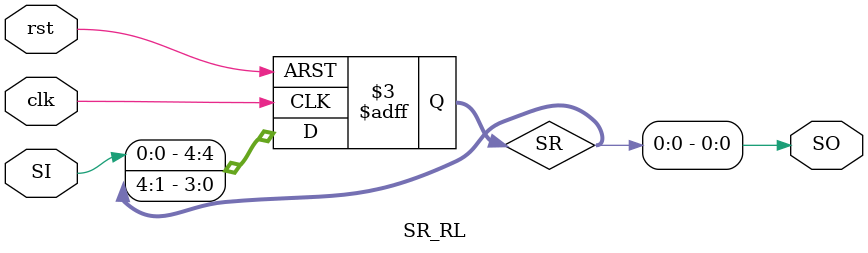
<source format=v>
module SR_RL (SO,SI,clk,rst); //5-Bit Right to Left Shift Register
input SI, clk, rst;
output SO;

reg [4:0]SR;

always @(posedge clk, negedge rst)
    if(!rst)
            SR <= 5'd0;
    else
            SR <= {SI,SR[4:1]};
            
assign SO = SR[0];
    
endmodule
</source>
